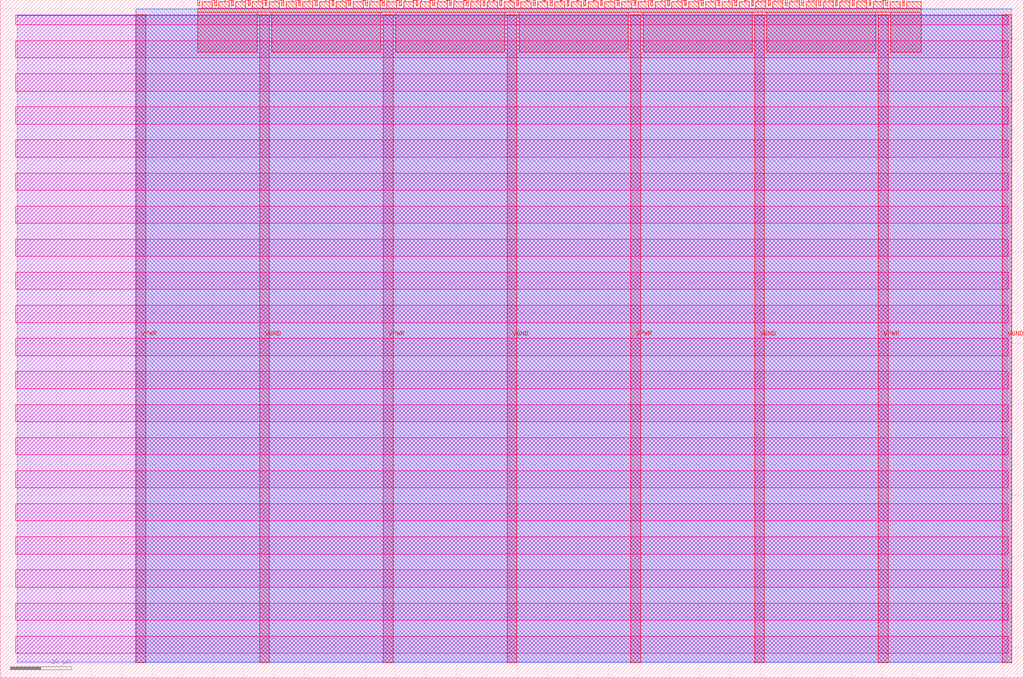
<source format=lef>
VERSION 5.7 ;
  NOWIREEXTENSIONATPIN ON ;
  DIVIDERCHAR "/" ;
  BUSBITCHARS "[]" ;
MACRO tt_um_seven_segment_seconds_ksandov4
  CLASS BLOCK ;
  FOREIGN tt_um_seven_segment_seconds_ksandov4 ;
  ORIGIN 0.000 0.000 ;
  SIZE 168.360 BY 111.520 ;
  PIN VGND
    DIRECTION INOUT ;
    USE GROUND ;
    PORT
      LAYER met4 ;
        RECT 42.670 2.480 44.270 109.040 ;
    END
    PORT
      LAYER met4 ;
        RECT 83.380 2.480 84.980 109.040 ;
    END
    PORT
      LAYER met4 ;
        RECT 124.090 2.480 125.690 109.040 ;
    END
    PORT
      LAYER met4 ;
        RECT 164.800 2.480 166.400 109.040 ;
    END
  END VGND
  PIN VPWR
    DIRECTION INOUT ;
    USE POWER ;
    PORT
      LAYER met4 ;
        RECT 22.315 2.480 23.915 109.040 ;
    END
    PORT
      LAYER met4 ;
        RECT 63.025 2.480 64.625 109.040 ;
    END
    PORT
      LAYER met4 ;
        RECT 103.735 2.480 105.335 109.040 ;
    END
    PORT
      LAYER met4 ;
        RECT 144.445 2.480 146.045 109.040 ;
    END
  END VPWR
  PIN clk
    DIRECTION INPUT ;
    USE SIGNAL ;
    ANTENNAGATEAREA 0.852000 ;
    PORT
      LAYER met4 ;
        RECT 145.670 110.520 145.970 111.520 ;
    END
  END clk
  PIN ena
    DIRECTION INPUT ;
    USE SIGNAL ;
    ANTENNAGATEAREA 0.196500 ;
    PORT
      LAYER met4 ;
        RECT 148.430 110.520 148.730 111.520 ;
    END
  END ena
  PIN rst_n
    DIRECTION INPUT ;
    USE SIGNAL ;
    ANTENNAGATEAREA 0.213000 ;
    PORT
      LAYER met4 ;
        RECT 142.910 110.520 143.210 111.520 ;
    END
  END rst_n
  PIN ui_in[0]
    DIRECTION INPUT ;
    USE SIGNAL ;
    PORT
      LAYER met4 ;
        RECT 140.150 110.520 140.450 111.520 ;
    END
  END ui_in[0]
  PIN ui_in[1]
    DIRECTION INPUT ;
    USE SIGNAL ;
    PORT
      LAYER met4 ;
        RECT 137.390 110.520 137.690 111.520 ;
    END
  END ui_in[1]
  PIN ui_in[2]
    DIRECTION INPUT ;
    USE SIGNAL ;
    PORT
      LAYER met4 ;
        RECT 134.630 110.520 134.930 111.520 ;
    END
  END ui_in[2]
  PIN ui_in[3]
    DIRECTION INPUT ;
    USE SIGNAL ;
    PORT
      LAYER met4 ;
        RECT 131.870 110.520 132.170 111.520 ;
    END
  END ui_in[3]
  PIN ui_in[4]
    DIRECTION INPUT ;
    USE SIGNAL ;
    PORT
      LAYER met4 ;
        RECT 129.110 110.520 129.410 111.520 ;
    END
  END ui_in[4]
  PIN ui_in[5]
    DIRECTION INPUT ;
    USE SIGNAL ;
    PORT
      LAYER met4 ;
        RECT 126.350 110.520 126.650 111.520 ;
    END
  END ui_in[5]
  PIN ui_in[6]
    DIRECTION INPUT ;
    USE SIGNAL ;
    PORT
      LAYER met4 ;
        RECT 123.590 110.520 123.890 111.520 ;
    END
  END ui_in[6]
  PIN ui_in[7]
    DIRECTION INPUT ;
    USE SIGNAL ;
    PORT
      LAYER met4 ;
        RECT 120.830 110.520 121.130 111.520 ;
    END
  END ui_in[7]
  PIN uio_in[0]
    DIRECTION INPUT ;
    USE SIGNAL ;
    PORT
      LAYER met4 ;
        RECT 118.070 110.520 118.370 111.520 ;
    END
  END uio_in[0]
  PIN uio_in[1]
    DIRECTION INPUT ;
    USE SIGNAL ;
    PORT
      LAYER met4 ;
        RECT 115.310 110.520 115.610 111.520 ;
    END
  END uio_in[1]
  PIN uio_in[2]
    DIRECTION INPUT ;
    USE SIGNAL ;
    PORT
      LAYER met4 ;
        RECT 112.550 110.520 112.850 111.520 ;
    END
  END uio_in[2]
  PIN uio_in[3]
    DIRECTION INPUT ;
    USE SIGNAL ;
    PORT
      LAYER met4 ;
        RECT 109.790 110.520 110.090 111.520 ;
    END
  END uio_in[3]
  PIN uio_in[4]
    DIRECTION INPUT ;
    USE SIGNAL ;
    PORT
      LAYER met4 ;
        RECT 107.030 110.520 107.330 111.520 ;
    END
  END uio_in[4]
  PIN uio_in[5]
    DIRECTION INPUT ;
    USE SIGNAL ;
    PORT
      LAYER met4 ;
        RECT 104.270 110.520 104.570 111.520 ;
    END
  END uio_in[5]
  PIN uio_in[6]
    DIRECTION INPUT ;
    USE SIGNAL ;
    PORT
      LAYER met4 ;
        RECT 101.510 110.520 101.810 111.520 ;
    END
  END uio_in[6]
  PIN uio_in[7]
    DIRECTION INPUT ;
    USE SIGNAL ;
    PORT
      LAYER met4 ;
        RECT 98.750 110.520 99.050 111.520 ;
    END
  END uio_in[7]
  PIN uio_oe[0]
    DIRECTION OUTPUT TRISTATE ;
    USE SIGNAL ;
    PORT
      LAYER met4 ;
        RECT 51.830 110.520 52.130 111.520 ;
    END
  END uio_oe[0]
  PIN uio_oe[1]
    DIRECTION OUTPUT TRISTATE ;
    USE SIGNAL ;
    PORT
      LAYER met4 ;
        RECT 49.070 110.520 49.370 111.520 ;
    END
  END uio_oe[1]
  PIN uio_oe[2]
    DIRECTION OUTPUT TRISTATE ;
    USE SIGNAL ;
    PORT
      LAYER met4 ;
        RECT 46.310 110.520 46.610 111.520 ;
    END
  END uio_oe[2]
  PIN uio_oe[3]
    DIRECTION OUTPUT TRISTATE ;
    USE SIGNAL ;
    PORT
      LAYER met4 ;
        RECT 43.550 110.520 43.850 111.520 ;
    END
  END uio_oe[3]
  PIN uio_oe[4]
    DIRECTION OUTPUT TRISTATE ;
    USE SIGNAL ;
    PORT
      LAYER met4 ;
        RECT 40.790 110.520 41.090 111.520 ;
    END
  END uio_oe[4]
  PIN uio_oe[5]
    DIRECTION OUTPUT TRISTATE ;
    USE SIGNAL ;
    PORT
      LAYER met4 ;
        RECT 38.030 110.520 38.330 111.520 ;
    END
  END uio_oe[5]
  PIN uio_oe[6]
    DIRECTION OUTPUT TRISTATE ;
    USE SIGNAL ;
    PORT
      LAYER met4 ;
        RECT 35.270 110.520 35.570 111.520 ;
    END
  END uio_oe[6]
  PIN uio_oe[7]
    DIRECTION OUTPUT TRISTATE ;
    USE SIGNAL ;
    PORT
      LAYER met4 ;
        RECT 32.510 110.520 32.810 111.520 ;
    END
  END uio_oe[7]
  PIN uio_out[0]
    DIRECTION OUTPUT TRISTATE ;
    USE SIGNAL ;
    PORT
      LAYER met4 ;
        RECT 73.910 110.520 74.210 111.520 ;
    END
  END uio_out[0]
  PIN uio_out[1]
    DIRECTION OUTPUT TRISTATE ;
    USE SIGNAL ;
    PORT
      LAYER met4 ;
        RECT 71.150 110.520 71.450 111.520 ;
    END
  END uio_out[1]
  PIN uio_out[2]
    DIRECTION OUTPUT TRISTATE ;
    USE SIGNAL ;
    PORT
      LAYER met4 ;
        RECT 68.390 110.520 68.690 111.520 ;
    END
  END uio_out[2]
  PIN uio_out[3]
    DIRECTION OUTPUT TRISTATE ;
    USE SIGNAL ;
    PORT
      LAYER met4 ;
        RECT 65.630 110.520 65.930 111.520 ;
    END
  END uio_out[3]
  PIN uio_out[4]
    DIRECTION OUTPUT TRISTATE ;
    USE SIGNAL ;
    PORT
      LAYER met4 ;
        RECT 62.870 110.520 63.170 111.520 ;
    END
  END uio_out[4]
  PIN uio_out[5]
    DIRECTION OUTPUT TRISTATE ;
    USE SIGNAL ;
    PORT
      LAYER met4 ;
        RECT 60.110 110.520 60.410 111.520 ;
    END
  END uio_out[5]
  PIN uio_out[6]
    DIRECTION OUTPUT TRISTATE ;
    USE SIGNAL ;
    PORT
      LAYER met4 ;
        RECT 57.350 110.520 57.650 111.520 ;
    END
  END uio_out[6]
  PIN uio_out[7]
    DIRECTION OUTPUT TRISTATE ;
    USE SIGNAL ;
    PORT
      LAYER met4 ;
        RECT 54.590 110.520 54.890 111.520 ;
    END
  END uio_out[7]
  PIN uo_out[0]
    DIRECTION OUTPUT TRISTATE ;
    USE SIGNAL ;
    ANTENNADIFFAREA 0.445500 ;
    PORT
      LAYER met4 ;
        RECT 95.990 110.520 96.290 111.520 ;
    END
  END uo_out[0]
  PIN uo_out[1]
    DIRECTION OUTPUT TRISTATE ;
    USE SIGNAL ;
    ANTENNADIFFAREA 0.445500 ;
    PORT
      LAYER met4 ;
        RECT 93.230 110.520 93.530 111.520 ;
    END
  END uo_out[1]
  PIN uo_out[2]
    DIRECTION OUTPUT TRISTATE ;
    USE SIGNAL ;
    ANTENNADIFFAREA 0.445500 ;
    PORT
      LAYER met4 ;
        RECT 90.470 110.520 90.770 111.520 ;
    END
  END uo_out[2]
  PIN uo_out[3]
    DIRECTION OUTPUT TRISTATE ;
    USE SIGNAL ;
    ANTENNADIFFAREA 0.445500 ;
    PORT
      LAYER met4 ;
        RECT 87.710 110.520 88.010 111.520 ;
    END
  END uo_out[3]
  PIN uo_out[4]
    DIRECTION OUTPUT TRISTATE ;
    USE SIGNAL ;
    ANTENNADIFFAREA 0.445500 ;
    PORT
      LAYER met4 ;
        RECT 84.950 110.520 85.250 111.520 ;
    END
  END uo_out[4]
  PIN uo_out[5]
    DIRECTION OUTPUT TRISTATE ;
    USE SIGNAL ;
    ANTENNADIFFAREA 0.795200 ;
    PORT
      LAYER met4 ;
        RECT 82.190 110.520 82.490 111.520 ;
    END
  END uo_out[5]
  PIN uo_out[6]
    DIRECTION OUTPUT TRISTATE ;
    USE SIGNAL ;
    ANTENNADIFFAREA 0.445500 ;
    PORT
      LAYER met4 ;
        RECT 79.430 110.520 79.730 111.520 ;
    END
  END uo_out[6]
  PIN uo_out[7]
    DIRECTION OUTPUT TRISTATE ;
    USE SIGNAL ;
    ANTENNAGATEAREA 1.293000 ;
    ANTENNADIFFAREA 0.891000 ;
    PORT
      LAYER met4 ;
        RECT 76.670 110.520 76.970 111.520 ;
    END
  END uo_out[7]
  OBS
      LAYER nwell ;
        RECT 2.570 107.385 165.790 108.990 ;
        RECT 2.570 101.945 165.790 104.775 ;
        RECT 2.570 96.505 165.790 99.335 ;
        RECT 2.570 91.065 165.790 93.895 ;
        RECT 2.570 85.625 165.790 88.455 ;
        RECT 2.570 80.185 165.790 83.015 ;
        RECT 2.570 74.745 165.790 77.575 ;
        RECT 2.570 69.305 165.790 72.135 ;
        RECT 2.570 63.865 165.790 66.695 ;
        RECT 2.570 58.425 165.790 61.255 ;
        RECT 2.570 52.985 165.790 55.815 ;
        RECT 2.570 47.545 165.790 50.375 ;
        RECT 2.570 42.105 165.790 44.935 ;
        RECT 2.570 36.665 165.790 39.495 ;
        RECT 2.570 31.225 165.790 34.055 ;
        RECT 2.570 25.785 165.790 28.615 ;
        RECT 2.570 20.345 165.790 23.175 ;
        RECT 2.570 14.905 165.790 17.735 ;
        RECT 2.570 9.465 165.790 12.295 ;
        RECT 2.570 4.025 165.790 6.855 ;
      LAYER li1 ;
        RECT 2.760 2.635 165.600 108.885 ;
      LAYER met1 ;
        RECT 2.760 2.480 166.400 109.040 ;
      LAYER met2 ;
        RECT 22.345 2.535 166.370 110.005 ;
      LAYER met3 ;
        RECT 22.325 2.555 166.390 109.985 ;
      LAYER met4 ;
        RECT 33.210 110.120 34.870 111.170 ;
        RECT 35.970 110.120 37.630 111.170 ;
        RECT 38.730 110.120 40.390 111.170 ;
        RECT 41.490 110.120 43.150 111.170 ;
        RECT 44.250 110.120 45.910 111.170 ;
        RECT 47.010 110.120 48.670 111.170 ;
        RECT 49.770 110.120 51.430 111.170 ;
        RECT 52.530 110.120 54.190 111.170 ;
        RECT 55.290 110.120 56.950 111.170 ;
        RECT 58.050 110.120 59.710 111.170 ;
        RECT 60.810 110.120 62.470 111.170 ;
        RECT 63.570 110.120 65.230 111.170 ;
        RECT 66.330 110.120 67.990 111.170 ;
        RECT 69.090 110.120 70.750 111.170 ;
        RECT 71.850 110.120 73.510 111.170 ;
        RECT 74.610 110.120 76.270 111.170 ;
        RECT 77.370 110.120 79.030 111.170 ;
        RECT 80.130 110.120 81.790 111.170 ;
        RECT 82.890 110.120 84.550 111.170 ;
        RECT 85.650 110.120 87.310 111.170 ;
        RECT 88.410 110.120 90.070 111.170 ;
        RECT 91.170 110.120 92.830 111.170 ;
        RECT 93.930 110.120 95.590 111.170 ;
        RECT 96.690 110.120 98.350 111.170 ;
        RECT 99.450 110.120 101.110 111.170 ;
        RECT 102.210 110.120 103.870 111.170 ;
        RECT 104.970 110.120 106.630 111.170 ;
        RECT 107.730 110.120 109.390 111.170 ;
        RECT 110.490 110.120 112.150 111.170 ;
        RECT 113.250 110.120 114.910 111.170 ;
        RECT 116.010 110.120 117.670 111.170 ;
        RECT 118.770 110.120 120.430 111.170 ;
        RECT 121.530 110.120 123.190 111.170 ;
        RECT 124.290 110.120 125.950 111.170 ;
        RECT 127.050 110.120 128.710 111.170 ;
        RECT 129.810 110.120 131.470 111.170 ;
        RECT 132.570 110.120 134.230 111.170 ;
        RECT 135.330 110.120 136.990 111.170 ;
        RECT 138.090 110.120 139.750 111.170 ;
        RECT 140.850 110.120 142.510 111.170 ;
        RECT 143.610 110.120 145.270 111.170 ;
        RECT 146.370 110.120 148.030 111.170 ;
        RECT 149.130 110.120 151.505 111.170 ;
        RECT 32.495 109.440 151.505 110.120 ;
        RECT 32.495 102.855 42.270 109.440 ;
        RECT 44.670 102.855 62.625 109.440 ;
        RECT 65.025 102.855 82.980 109.440 ;
        RECT 85.380 102.855 103.335 109.440 ;
        RECT 105.735 102.855 123.690 109.440 ;
        RECT 126.090 102.855 144.045 109.440 ;
        RECT 146.445 102.855 151.505 109.440 ;
  END
END tt_um_seven_segment_seconds_ksandov4
END LIBRARY


</source>
